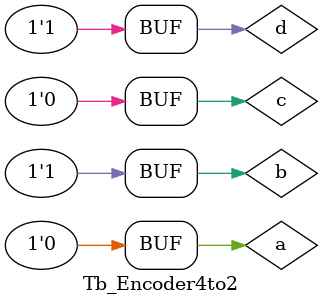
<source format=v>
module Tb_Encoder4to2;
reg a,b,c,d;
wire x,y,v;

EnCoder4to2 F1(a,b,c,d,x,y,v);
initial
    begin
        #000 a=0; b=0;c=0;d=1;
        #100 a=0; b=0;c=1;d=0;
        #100 a=0; b=1;c=0;d=0;
        #100 a=1; b=0;c=0;d=0;
        #100 a=0; b=1;c=0;d=1; 
    
    end

endmodule

</source>
